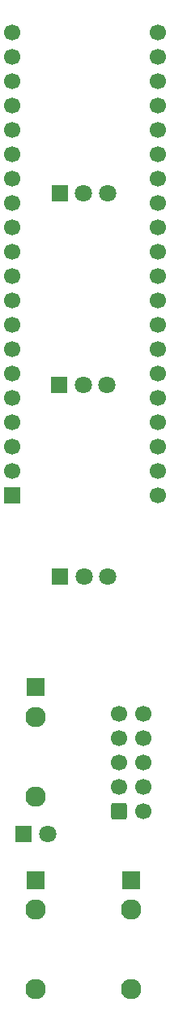
<source format=gbr>
%TF.GenerationSoftware,KiCad,Pcbnew,6.0.11+dfsg-1~bpo11+1*%
%TF.CreationDate,2023-04-14T10:24:11+08:00*%
%TF.ProjectId,MiniVerb - Main,4d696e69-5665-4726-9220-2d204d61696e,rev?*%
%TF.SameCoordinates,Original*%
%TF.FileFunction,Soldermask,Top*%
%TF.FilePolarity,Negative*%
%FSLAX46Y46*%
G04 Gerber Fmt 4.6, Leading zero omitted, Abs format (unit mm)*
G04 Created by KiCad (PCBNEW 6.0.11+dfsg-1~bpo11+1) date 2023-04-14 10:24:11*
%MOMM*%
%LPD*%
G01*
G04 APERTURE LIST*
G04 Aperture macros list*
%AMRoundRect*
0 Rectangle with rounded corners*
0 $1 Rounding radius*
0 $2 $3 $4 $5 $6 $7 $8 $9 X,Y pos of 4 corners*
0 Add a 4 corners polygon primitive as box body*
4,1,4,$2,$3,$4,$5,$6,$7,$8,$9,$2,$3,0*
0 Add four circle primitives for the rounded corners*
1,1,$1+$1,$2,$3*
1,1,$1+$1,$4,$5*
1,1,$1+$1,$6,$7*
1,1,$1+$1,$8,$9*
0 Add four rect primitives between the rounded corners*
20,1,$1+$1,$2,$3,$4,$5,0*
20,1,$1+$1,$4,$5,$6,$7,0*
20,1,$1+$1,$6,$7,$8,$9,0*
20,1,$1+$1,$8,$9,$2,$3,0*%
G04 Aperture macros list end*
%ADD10R,1.800000X1.800000*%
%ADD11C,1.800000*%
%ADD12R,1.930000X1.830000*%
%ADD13C,2.130000*%
%ADD14RoundRect,0.250000X-0.600000X-0.600000X0.600000X-0.600000X0.600000X0.600000X-0.600000X0.600000X0*%
%ADD15C,1.700000*%
%ADD16R,1.700000X1.700000*%
G04 APERTURE END LIST*
D10*
%TO.C,FEEDBACK_POT1*%
X167599067Y-88590933D03*
D11*
X170099067Y-88590933D03*
X172599067Y-88590933D03*
%TD*%
D12*
%TO.C,CV1_IN1*%
X165069067Y-120085933D03*
D13*
X165069067Y-131485933D03*
X165069067Y-123185933D03*
%TD*%
D12*
%TO.C,AUDIO_OUT1*%
X175099067Y-140207933D03*
D13*
X175099067Y-151607933D03*
X175099067Y-143307933D03*
%TD*%
D10*
%TO.C,MOD_POT1*%
X167659067Y-108600933D03*
D11*
X170159067Y-108600933D03*
X172659067Y-108600933D03*
%TD*%
D10*
%TO.C,LEVEL_POT1*%
X167619067Y-68600933D03*
D11*
X170119067Y-68600933D03*
X172619067Y-68600933D03*
%TD*%
D10*
%TO.C,D1*%
X163825000Y-135400000D03*
D11*
X166365000Y-135400000D03*
%TD*%
D12*
%TO.C,AUDIO_IN1*%
X165099067Y-140207933D03*
D13*
X165099067Y-151607933D03*
X165099067Y-143307933D03*
%TD*%
D14*
%TO.C,J1*%
X173846567Y-133056933D03*
D15*
X176386567Y-133056933D03*
X173846567Y-130516933D03*
X176386567Y-130516933D03*
X173846567Y-127976933D03*
X176386567Y-127976933D03*
X173846567Y-125436933D03*
X176386567Y-125436933D03*
X173846567Y-122896933D03*
X176386567Y-122896933D03*
%TD*%
D16*
%TO.C,A1*%
X162660000Y-100095933D03*
D15*
X162660000Y-97555933D03*
X162660000Y-95015933D03*
X162660000Y-92475933D03*
X162660000Y-89935933D03*
X162660000Y-87395933D03*
X162660000Y-84855933D03*
X162660000Y-82315933D03*
X162660000Y-79775933D03*
X162660000Y-77235933D03*
X162660000Y-74695933D03*
X162660000Y-72155933D03*
X162660000Y-69615933D03*
X162660000Y-67075933D03*
X162660000Y-64535933D03*
X162660000Y-61995933D03*
X162660000Y-59455933D03*
X162660000Y-56915933D03*
X162660000Y-54375933D03*
X162660000Y-51835933D03*
X177900000Y-51835933D03*
X177900000Y-54375933D03*
X177900000Y-56915933D03*
X177900000Y-59455933D03*
X177900000Y-61995933D03*
X177900000Y-64535933D03*
X177900000Y-67075933D03*
X177900000Y-69615933D03*
X177900000Y-72155933D03*
X177900000Y-74695933D03*
X177900000Y-77235933D03*
X177900000Y-79775933D03*
X177900000Y-82315933D03*
X177900000Y-84855933D03*
X177900000Y-87395933D03*
X177900000Y-89935933D03*
X177900000Y-92475933D03*
X177900000Y-95015933D03*
X177900000Y-97555933D03*
X177900000Y-100095933D03*
%TD*%
M02*

</source>
